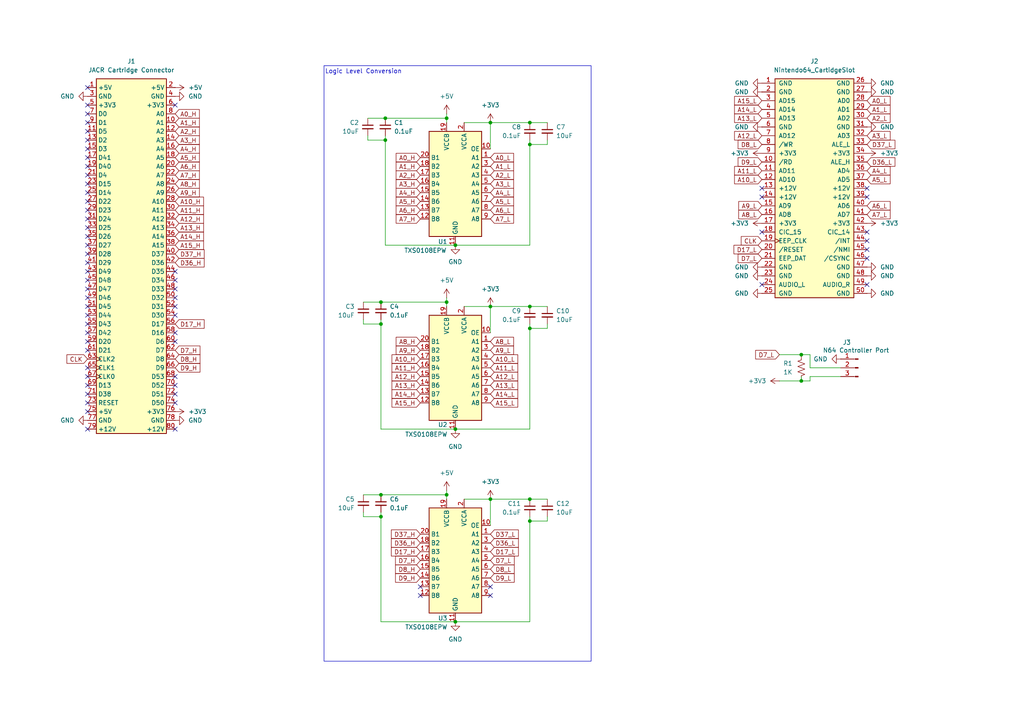
<source format=kicad_sch>
(kicad_sch (version 20250114) (generator "eeschema") (generator_version "9.0")
  (paper "A4")
  (title_block (title "N64 Adapter - Just Another Cartridge Reader") (date "2025-10-22") (company "Diplomatic Entertainment, LLC.") (comment 1 "CC BY 4.0"))
  (lib_symbols
    (symbol "Connector:Conn_01x03_Pin" (pin_names (offset 1.016) (hide yes))
      (property "Reference" "J" (at 0 5.08 0))
      (property "Value" "Conn_01x03_Pin" (at 0 -5.08 0))
      (symbol "Conn_01x03_Pin_1_1"
        (rectangle (start 0.8636 2.667) (end 0 2.413) (stroke (width 0.1524)) (fill (type outline)))
        (rectangle (start 0.8636 0.127) (end 0 -0.127) (stroke (width 0.1524)) (fill (type outline)))
        (rectangle (start 0.8636 -2.413) (end 0 -2.667) (stroke (width 0.1524)) (fill (type outline)))
        (polyline (pts (xy 1.27 2.54) (xy 0.8636 2.54)) (stroke (width 0.1524)))
        (polyline (pts (xy 1.27 0) (xy 0.8636 0)) (stroke (width 0.1524)))
        (polyline (pts (xy 1.27 -2.54) (xy 0.8636 -2.54)) (stroke (width 0.1524)))
        (pin passive line (at 5.08 2.54 180) (length 3.81) (name "Pin_1") (number "1"))
        (pin passive line (at 5.08 0 180) (length 3.81) (name "Pin_2") (number "2"))
        (pin passive line (at 5.08 -2.54 180) (length 3.81) (name "Pin_3") (number "3"))
      )
    )
    (symbol "Device:C_Small" (pin_numbers (hide yes)) (pin_names (offset 0.254) (hide yes))
      (property "Reference" "C" (at 0.254 1.778 0))
      (property "Value" "C_Small" (at 0.254 -2.032 0))
      (symbol "C_Small_0_1"
        (polyline (pts (xy -1.524 0.508) (xy 1.524 0.508)) (stroke (width 0.3048)))
        (polyline (pts (xy -1.524 -0.508) (xy 1.524 -0.508)) (stroke (width 0.3302)))
      )
      (symbol "C_Small_1_1"
        (pin passive line (at 0 2.54 270) (length 2.032) (name "~") (number "1"))
        (pin passive line (at 0 -2.54 90) (length 2.032) (name "~") (number "2"))
      )
    )
    (symbol "Device:R_US" (pin_numbers (hide yes)) (pin_names (offset 0))
      (property "Reference" "R" (at 2.54 0 90))
      (property "Value" "R_US" (at -2.54 0 90))
      (symbol "R_US_0_1"
        (polyline (pts (xy 0 2.286) (xy 0 2.54)))
        (polyline (pts (xy 0 2.286) (xy 1.016 1.905) (xy 0 1.524) (xy -1.016 1.143) (xy 0 0.762)))
        (polyline (pts (xy 0 0.762) (xy 1.016 0.381) (xy 0 0) (xy -1.016 -0.381) (xy 0 -0.762)))
        (polyline (pts (xy 0 -0.762) (xy 1.016 -1.143) (xy 0 -1.524) (xy -1.016 -1.905) (xy 0 -2.286)))
        (polyline (pts (xy 0 -2.286) (xy 0 -2.54)))
      )
      (symbol "R_US_1_1"
        (pin passive line (at 0 3.81 270) (length 1.27) (name "~") (number "1"))
        (pin passive line (at 0 -3.81 90) (length 1.27) (name "~") (number "2"))
      )
    )
    (symbol "DiplomaticEntertainment:JACR_CARD_EDGE"
      (property "Reference" "J1" (at 0 54.61 0))
      (property "Value" "JACR CARTRIDGE ADAPTER" (at 0 52.07 0))
      (symbol "JACR_CARD_EDGE_0_1"
        (rectangle (start -10.16 49.53) (end 10.16 -53.34) (stroke (width 0.254)) (fill (type background)))
      )
      (symbol "JACR_CARD_EDGE_1_1"
        (pin power_out line (at -12.7 46.99 0) (length 2.54) (name "+5V") (number "1"))
        (pin power_in line (at -12.7 44.45 0) (length 2.54) (name "GND") (number "3"))
        (pin power_out line (at -12.7 41.91 0) (length 2.54) (name "+3V3") (number "5"))
        (pin bidirectional line (at -12.7 39.37 0) (length 2.54) (name "D0") (number "7"))
        (pin bidirectional line (at -12.7 36.83 0) (length 2.54) (name "D1") (number "9"))
        (pin bidirectional line (at -12.7 34.29 0) (length 2.54) (name "D5") (number "11"))
        (pin bidirectional line (at -12.7 31.75 0) (length 2.54) (name "D2") (number "13"))
        (pin bidirectional line (at -12.7 29.21 0) (length 2.54) (name "D3") (number "15"))
        (pin bidirectional line (at -12.7 26.67 0) (length 2.54) (name "D41") (number "17"))
        (pin bidirectional line (at -12.7 24.13 0) (length 2.54) (name "D40") (number "19"))
        (pin bidirectional line (at -12.7 21.59 0) (length 2.54) (name "D4") (number "21"))
        (pin bidirectional line (at -12.7 19.05 0) (length 2.54) (name "D15") (number "23"))
        (pin bidirectional line (at -12.7 16.51 0) (length 2.54) (name "D14") (number "25"))
        (pin bidirectional line (at -12.7 13.97 0) (length 2.54) (name "D22") (number "27"))
        (pin bidirectional line (at -12.7 11.43 0) (length 2.54) (name "D23") (number "29"))
        (pin bidirectional line (at -12.7 8.89 0) (length 2.54) (name "D24") (number "31"))
        (pin bidirectional line (at -12.7 6.35 0) (length 2.54) (name "D25") (number "33"))
        (pin bidirectional line (at -12.7 3.81 0) (length 2.54) (name "D26") (number "35"))
        (pin bidirectional line (at -12.7 1.27 0) (length 2.54) (name "D27") (number "37"))
        (pin bidirectional line (at -12.7 -1.27 0) (length 2.54) (name "D28") (number "39"))
        (pin bidirectional line (at -12.7 -3.81 0) (length 2.54) (name "D29") (number "41"))
        (pin bidirectional line (at -12.7 -6.35 0) (length 2.54) (name "D49") (number "43"))
        (pin bidirectional line (at -12.7 -8.89 0) (length 2.54) (name "D48") (number "45"))
        (pin bidirectional line (at -12.7 -11.43 0) (length 2.54) (name "D47") (number "47"))
        (pin bidirectional line (at -12.7 -13.97 0) (length 2.54) (name "D46") (number "49"))
        (pin bidirectional line (at -12.7 -16.51 0) (length 2.54) (name "D45") (number "51"))
        (pin bidirectional line (at -12.7 -19.05 0) (length 2.54) (name "D44") (number "53"))
        (pin bidirectional line (at -12.7 -21.59 0) (length 2.54) (name "D43") (number "55"))
        (pin bidirectional line (at -12.7 -24.13 0) (length 2.54) (name "D42") (number "57"))
        (pin bidirectional line (at -12.7 -26.67 0) (length 2.54) (name "D20") (number "59"))
        (pin bidirectional line (at -12.7 -29.21 0) (length 2.54) (name "D21") (number "61"))
        (pin output clock (at -12.7 -31.75 0) (length 2.54) (name "CLK2") (number "63"))
        (pin output clock (at -12.7 -34.29 0) (length 2.54) (name "CLK1") (number "65"))
        (pin output clock (at -12.7 -36.83 0) (length 2.54) (name "CLK0") (number "67"))
        (pin bidirectional line (at -12.7 -39.37 0) (length 2.54) (name "D13") (number "69"))
        (pin bidirectional line (at -12.7 -41.91 0) (length 2.54) (name "D38") (number "71"))
        (pin bidirectional line (at -12.7 -44.45 0) (length 2.54) (name "RESET") (number "73"))
        (pin power_out line (at -12.7 -46.99 0) (length 2.54) (name "+5V") (number "75"))
        (pin power_in line (at -12.7 -49.53 0) (length 2.54) (name "GND") (number "77"))
        (pin power_out line (at -12.7 -52.07 0) (length 2.54) (name "+12V") (number "79"))
        (pin power_out line (at 12.7 46.99 180) (length 2.54) (name "+5V") (number "2"))
        (pin power_in line (at 12.7 44.45 180) (length 2.54) (name "GND") (number "4"))
        (pin power_out line (at 12.7 41.91 180) (length 2.54) (name "+3V3") (number "6"))
        (pin bidirectional line (at 12.7 39.37 180) (length 2.54) (name "A0") (number "8"))
        (pin bidirectional line (at 12.7 36.83 180) (length 2.54) (name "A1") (number "10"))
        (pin bidirectional line (at 12.7 34.29 180) (length 2.54) (name "A2") (number "12"))
        (pin bidirectional line (at 12.7 31.75 180) (length 2.54) (name "A3") (number "14"))
        (pin bidirectional line (at 12.7 29.21 180) (length 2.54) (name "A4") (number "16"))
        (pin bidirectional line (at 12.7 26.67 180) (length 2.54) (name "A5") (number "18"))
        (pin bidirectional line (at 12.7 24.13 180) (length 2.54) (name "A6") (number "20"))
        (pin bidirectional line (at 12.7 21.59 180) (length 2.54) (name "A7") (number "22"))
        (pin bidirectional line (at 12.7 19.05 180) (length 2.54) (name "A8") (number "24"))
        (pin bidirectional line (at 12.7 16.51 180) (length 2.54) (name "A9") (number "26"))
        (pin bidirectional line (at 12.7 13.97 180) (length 2.54) (name "A10") (number "28"))
        (pin bidirectional line (at 12.7 11.43 180) (length 2.54) (name "A11") (number "30"))
        (pin bidirectional line (at 12.7 8.89 180) (length 2.54) (name "A12") (number "32"))
        (pin bidirectional line (at 12.7 6.35 180) (length 2.54) (name "A13") (number "34"))
        (pin bidirectional line (at 12.7 3.81 180) (length 2.54) (name "A14") (number "36"))
        (pin bidirectional line (at 12.7 1.27 180) (length 2.54) (name "A15") (number "38"))
        (pin bidirectional line (at 12.7 -1.27 180) (length 2.54) (name "D37") (number "40"))
        (pin bidirectional line (at 12.7 -3.81 180) (length 2.54) (name "D36") (number "42"))
        (pin bidirectional line (at 12.7 -6.35 180) (length 2.54) (name "D35") (number "44"))
        (pin bidirectional line (at 12.7 -8.89 180) (length 2.54) (name "D34") (number "46"))
        (pin bidirectional line (at 12.7 -11.43 180) (length 2.54) (name "D33") (number "48"))
        (pin bidirectional line (at 12.7 -13.97 180) (length 2.54) (name "D32") (number "50"))
        (pin bidirectional line (at 12.7 -16.51 180) (length 2.54) (name "D31") (number "52"))
        (pin bidirectional line (at 12.7 -19.05 180) (length 2.54) (name "D30") (number "54"))
        (pin bidirectional line (at 12.7 -21.59 180) (length 2.54) (name "D17") (number "56"))
        (pin bidirectional line (at 12.7 -24.13 180) (length 2.54) (name "D16") (number "58"))
        (pin bidirectional line (at 12.7 -26.67 180) (length 2.54) (name "D6") (number "60"))
        (pin bidirectional line (at 12.7 -29.21 180) (length 2.54) (name "D7") (number "62"))
        (pin bidirectional line (at 12.7 -31.75 180) (length 2.54) (name "D8") (number "64"))
        (pin bidirectional line (at 12.7 -34.29 180) (length 2.54) (name "D9") (number "66"))
        (pin bidirectional line (at 12.7 -36.83 180) (length 2.54) (name "D53") (number "68"))
        (pin bidirectional line (at 12.7 -39.37 180) (length 2.54) (name "D52") (number "70"))
        (pin bidirectional line (at 12.7 -41.91 180) (length 2.54) (name "D51") (number "72"))
        (pin bidirectional line (at 12.7 -44.45 180) (length 2.54) (name "D50") (number "74"))
        (pin power_out line (at 12.7 -46.99 180) (length 2.54) (name "+3V3") (number "76"))
        (pin power_in line (at 12.7 -49.53 180) (length 2.54) (name "GND") (number "78"))
        (pin power_out line (at 12.7 -52.07 180) (length 2.54) (name "+12V") (number "80"))
      )
    )
    (symbol "Logic_LevelTranslator:TXS0108EPW"
      (property "Reference" "U" (at -6.35 16.51 0))
      (property "Value" "TXS0108EPW" (at 3.81 16.51 0))
      (symbol "TXS0108EPW_0_1"
        (rectangle (start -7.62 15.24) (end 7.62 -15.24) (stroke (width 0.254)) (fill (type background)))
      )
      (symbol "TXS0108EPW_1_1"
        (pin input line (at -10.16 10.16 0) (length 2.54) (name "OE") (number "10"))
        (pin bidirectional line (at -10.16 7.62 0) (length 2.54) (name "A1") (number "1"))
        (pin bidirectional line (at -10.16 5.08 0) (length 2.54) (name "A2") (number "3"))
        (pin bidirectional line (at -10.16 2.54 0) (length 2.54) (name "A3") (number "4"))
        (pin bidirectional line (at -10.16 0 0) (length 2.54) (name "A4") (number "5"))
        (pin bidirectional line (at -10.16 -2.54 0) (length 2.54) (name "A5") (number "6"))
        (pin bidirectional line (at -10.16 -5.08 0) (length 2.54) (name "A6") (number "7"))
        (pin bidirectional line (at -10.16 -7.62 0) (length 2.54) (name "A7") (number "8"))
        (pin bidirectional line (at -10.16 -10.16 0) (length 2.54) (name "A8") (number "9"))
        (pin power_in line (at -2.54 17.78 270) (length 2.54) (name "VCCA") (number "2"))
        (pin power_in line (at 0 -17.78 90) (length 2.54) (name "GND") (number "11"))
        (pin power_in line (at 2.54 17.78 270) (length 2.54) (name "VCCB") (number "19"))
        (pin bidirectional line (at 10.16 7.62 180) (length 2.54) (name "B1") (number "20"))
        (pin bidirectional line (at 10.16 5.08 180) (length 2.54) (name "B2") (number "18"))
        (pin bidirectional line (at 10.16 2.54 180) (length 2.54) (name "B3") (number "17"))
        (pin bidirectional line (at 10.16 0 180) (length 2.54) (name "B4") (number "16"))
        (pin bidirectional line (at 10.16 -2.54 180) (length 2.54) (name "B5") (number "15"))
        (pin bidirectional line (at 10.16 -5.08 180) (length 2.54) (name "B6") (number "14"))
        (pin bidirectional line (at 10.16 -7.62 180) (length 2.54) (name "B7") (number "13"))
        (pin bidirectional line (at 10.16 -10.16 180) (length 2.54) (name "B8") (number "12"))
      )
    )
    (symbol "Nintendo:Nintendo64_CartidgeSlot" (pin_names (offset 1.016))
      (property "Reference" "J" (at -0.762 38.354 0))
      (property "Value" "Nintendo64_CartidgeSlot" (at 0.508 41.656 0))
      (symbol "Nintendo64_CartidgeSlot_1_1"
        (rectangle (start -11.43 36.83) (end 11.43 -26.67) (stroke (width 0.254)) (fill (type background)))
        (pin power_in line (at -15.24 35.56 0) (length 3.81) (name "GND") (number "1"))
        (pin power_in line (at -15.24 33.02 0) (length 3.81) (name "GND") (number "2"))
        (pin bidirectional line (at -15.24 30.48 0) (length 3.81) (name "AD15") (number "3"))
        (pin bidirectional line (at -15.24 27.94 0) (length 3.81) (name "AD14") (number "4"))
        (pin bidirectional line (at -15.24 25.4 0) (length 3.81) (name "AD13") (number "5"))
        (pin power_in line (at -15.24 22.86 0) (length 3.81) (name "GND") (number "6"))
        (pin bidirectional line (at -15.24 20.32 0) (length 3.81) (name "AD12") (number "7"))
        (pin input line (at -15.24 17.78 0) (length 3.81) (name "/WR") (number "8"))
        (pin power_in line (at -15.24 15.24 0) (length 3.81) (name "+3V3") (number "9"))
        (pin output line (at -15.24 12.7 0) (length 3.81) (name "/RD") (number "10"))
        (pin bidirectional line (at -15.24 10.16 0) (length 3.81) (name "AD11") (number "11"))
        (pin bidirectional line (at -15.24 7.62 0) (length 3.81) (name "AD10") (number "12"))
        (pin power_in line (at -15.24 5.08 0) (length 3.81) (name "+12V") (number "13"))
        (pin power_in line (at -15.24 2.54 0) (length 3.81) (name "+12V") (number "14"))
        (pin bidirectional line (at -15.24 0 0) (length 3.81) (name "AD9") (number "15"))
        (pin passive line (at -15.24 -2.54 0) (length 3.81) (name "AD8") (number "16"))
        (pin power_in line (at -15.24 -5.08 0) (length 3.81) (name "+3V3") (number "17"))
        (pin input line (at -15.24 -7.62 0) (length 3.81) (name "CIC_15") (number "18"))
        (pin input clock (at -15.24 -10.16 0) (length 3.81) (name "EEP_CLK") (number "19"))
        (pin input line (at -15.24 -12.7 0) (length 3.81) (name "/RESET") (number "20"))
        (pin output line (at -15.24 -15.24 0) (length 3.81) (name "EEP_DAT") (number "21"))
        (pin power_in line (at -15.24 -17.78 0) (length 3.81) (name "GND") (number "22"))
        (pin power_in line (at -15.24 -20.32 0) (length 3.81) (name "GND") (number "23"))
        (pin output line (at -15.24 -22.86 0) (length 3.81) (name "AUDIO_L") (number "24"))
        (pin power_in line (at -15.24 -25.4 0) (length 3.81) (name "GND") (number "25"))
        (pin power_in line (at 15.24 35.56 180) (length 3.81) (name "GND") (number "26"))
        (pin power_in line (at 15.24 33.02 180) (length 3.81) (name "GND") (number "27"))
        (pin bidirectional line (at 15.24 30.48 180) (length 3.81) (name "AD0") (number "28"))
        (pin bidirectional line (at 15.24 27.94 180) (length 3.81) (name "AD1") (number "29"))
        (pin bidirectional line (at 15.24 25.4 180) (length 3.81) (name "AD2") (number "30"))
        (pin input line (at 15.24 22.86 180) (length 3.81) (name "GND") (number "31"))
        (pin bidirectional line (at 15.24 20.32 180) (length 3.81) (name "AD3") (number "32"))
        (pin input line (at 15.24 17.78 180) (length 3.81) (name "ALE_L") (number "33"))
        (pin power_in line (at 15.24 15.24 180) (length 3.81) (name "+3V3") (number "34"))
        (pin input line (at 15.24 12.7 180) (length 3.81) (name "ALE_H") (number "35"))
        (pin bidirectional line (at 15.24 10.16 180) (length 3.81) (name "AD4") (number "36"))
        (pin bidirectional line (at 15.24 7.62 180) (length 3.81) (name "AD5") (number "37"))
        (pin input line (at 15.24 5.08 180) (length 3.81) (name "+12V") (number "38"))
        (pin input line (at 15.24 2.54 180) (length 3.81) (name "+12V") (number "39"))
        (pin bidirectional line (at 15.24 0 180) (length 3.81) (name "AD6") (number "40"))
        (pin bidirectional line (at 15.24 -2.54 180) (length 3.81) (name "AD7") (number "41"))
        (pin power_in line (at 15.24 -5.08 180) (length 3.81) (name "+3V3") (number "42"))
        (pin output line (at 15.24 -7.62 180) (length 3.81) (name "CIC_14") (number "43"))
        (pin input line (at 15.24 -10.16 180) (length 3.81) (name "/INT") (number "44"))
        (pin input line (at 15.24 -12.7 180) (length 3.81) (name "/NMI") (number "45"))
        (pin output line (at 15.24 -15.24 180) (length 3.81) (name "/CSYNC") (number "46"))
        (pin power_in line (at 15.24 -17.78 180) (length 3.81) (name "GND") (number "47"))
        (pin power_in line (at 15.24 -20.32 180) (length 3.81) (name "GND") (number "48"))
        (pin output line (at 15.24 -22.86 180) (length 3.81) (name "AUDIO_R") (number "49"))
        (pin power_in line (at 15.24 -25.4 180) (length 3.81) (name "GND") (number "50"))
      )
    )
    (symbol "power:+3V3" (power) (pin_numbers (hide yes)) (pin_names (offset 0) (hide yes))
      (property "Value" "+3V3" (at 0 3.556 0))
      (symbol "+3V3_0_1"
        (polyline (pts (xy -0.762 1.27) (xy 0 2.54)))
        (polyline (pts (xy 0 2.54) (xy 0.762 1.27)))
        (polyline (pts (xy 0 0) (xy 0 2.54)))
      )
      (symbol "+3V3_1_1"
        (pin power_in line (at 0 0 90) (length 0) (name "~") (number "1"))
      )
    )
    (symbol "power:+5V" (power) (pin_numbers (hide yes)) (pin_names (offset 0) (hide yes))
      (property "Value" "+5V" (at 0 3.556 0))
      (symbol "+5V_0_1"
        (polyline (pts (xy -0.762 1.27) (xy 0 2.54)))
        (polyline (pts (xy 0 2.54) (xy 0.762 1.27)))
        (polyline (pts (xy 0 0) (xy 0 2.54)))
      )
      (symbol "+5V_1_1"
        (pin power_in line (at 0 0 90) (length 0) (name "~") (number "1"))
      )
    )
    (symbol "power:GND" (power) (pin_numbers (hide yes)) (pin_names (offset 0) (hide yes))
      (property "Value" "GND" (at 0 -3.81 0))
      (symbol "GND_0_1"
        (polyline (pts (xy 0 0) (xy 0 -1.27) (xy 1.27 -1.27) (xy 0 -2.54) (xy -1.27 -1.27) (xy 0 -1.27)))
      )
      (symbol "GND_1_1"
        (pin power_in line (at 0 0 270) (length 0) (name "~") (number "1"))
      )
    )
  )
  (rectangle (start 93.98 19.05) (end 171.45 191.77))
  (text "Logic Level Conversion" (at 105.41 20.828 0) (effects (font (size 1.27 1.27))))
  (junction (at 132.08 71.12))
  (junction (at 142.24 144.78))
  (junction (at 110.49 149.86))
  (junction (at 232.41 102.87))
  (junction (at 142.24 35.56))
  (junction (at 110.49 93.98))
  (junction (at 132.08 124.46))
  (junction (at 153.67 144.78))
  (junction (at 129.54 87.63))
  (junction (at 153.67 41.91))
  (junction (at 129.54 34.29))
  (junction (at 132.08 180.34))
  (junction (at 153.67 88.9))
  (junction (at 129.54 143.51))
  (junction (at 111.76 34.29))
  (junction (at 153.67 151.13))
  (junction (at 110.49 143.51))
  (junction (at 232.41 110.49))
  (junction (at 153.67 35.56))
  (junction (at 142.24 88.9))
  (junction (at 110.49 87.63))
  (junction (at 153.67 95.25))
  (junction (at 111.76 40.64))
  (no_connect (at 25.4 114.3))
  (no_connect (at 25.4 35.56))
  (no_connect (at 50.8 83.82))
  (no_connect (at 50.8 99.06))
  (no_connect (at 220.98 67.31))
  (no_connect (at 25.4 68.58))
  (no_connect (at 50.8 86.36))
  (no_connect (at 25.4 38.1))
  (no_connect (at 25.4 63.5))
  (no_connect (at 25.4 73.66))
  (no_connect (at 251.46 67.31))
  (no_connect (at 25.4 83.82))
  (no_connect (at 25.4 93.98))
  (no_connect (at 25.4 76.2))
  (no_connect (at 25.4 40.64))
  (no_connect (at 25.4 86.36))
  (no_connect (at 25.4 45.72))
  (no_connect (at 25.4 119.38))
  (no_connect (at 25.4 81.28))
  (no_connect (at 50.8 30.48))
  (no_connect (at 251.46 57.15))
  (no_connect (at 25.4 124.46))
  (no_connect (at 25.4 71.12))
  (no_connect (at 121.92 172.72))
  (no_connect (at 25.4 60.96))
  (no_connect (at 25.4 91.44))
  (no_connect (at 25.4 58.42))
  (no_connect (at 25.4 66.04))
  (no_connect (at 142.24 170.18))
  (no_connect (at 50.8 96.52))
  (no_connect (at 50.8 111.76))
  (no_connect (at 25.4 106.68))
  (no_connect (at 25.4 33.02))
  (no_connect (at 50.8 114.3))
  (no_connect (at 25.4 111.76))
  (no_connect (at 25.4 50.8))
  (no_connect (at 220.98 57.15))
  (no_connect (at 50.8 109.22))
  (no_connect (at 25.4 55.88))
  (no_connect (at 251.46 69.85))
  (no_connect (at 25.4 43.18))
  (no_connect (at 220.98 82.55))
  (no_connect (at 50.8 78.74))
  (no_connect (at 121.92 170.18))
  (no_connect (at 251.46 54.61))
  (no_connect (at 25.4 53.34))
  (no_connect (at 25.4 116.84))
  (no_connect (at 50.8 88.9))
  (no_connect (at 142.24 172.72))
  (no_connect (at 25.4 48.26))
  (no_connect (at 220.98 54.61))
  (no_connect (at 50.8 91.44))
  (no_connect (at 50.8 81.28))
  (no_connect (at 25.4 30.48))
  (no_connect (at 25.4 25.4))
  (no_connect (at 25.4 109.22))
  (no_connect (at 25.4 99.06))
  (no_connect (at 50.8 124.46))
  (no_connect (at 50.8 116.84))
  (no_connect (at 25.4 101.6))
  (no_connect (at 25.4 96.52))
  (no_connect (at 25.4 88.9))
  (no_connect (at 25.4 78.74))
  (no_connect (at 251.46 74.93))
  (no_connect (at 251.46 72.39))
  (no_connect (at 251.46 82.55))
  (wire (pts (xy 111.76 34.29) (xy 129.54 34.29)))
  (wire (pts (xy 153.67 41.91) (xy 158.75 41.91)))
  (wire (pts (xy 142.24 88.9) (xy 153.67 88.9)))
  (wire (pts (xy 110.49 148.59) (xy 110.49 149.86)))
  (wire (pts (xy 153.67 88.9) (xy 158.75 88.9)))
  (wire (pts (xy 226.06 102.87) (xy 232.41 102.87)))
  (wire (pts (xy 142.24 35.56) (xy 153.67 35.56)))
  (wire (pts (xy 153.67 93.98) (xy 153.67 95.25)))
  (wire (pts (xy 234.95 102.87) (xy 232.41 102.87)))
  (wire (pts (xy 153.67 149.86) (xy 153.67 151.13)))
  (wire (pts (xy 232.41 110.49) (xy 232.41 109.22)))
  (wire (pts (xy 134.62 88.9) (xy 142.24 88.9)))
  (wire (pts (xy 142.24 35.56) (xy 142.24 43.18)))
  (wire (pts (xy 232.41 110.49) (xy 234.95 110.49)))
  (wire (pts (xy 105.41 92.71) (xy 105.41 93.98)))
  (wire (pts (xy 110.49 149.86) (xy 110.49 180.34)))
  (wire (pts (xy 105.41 87.63) (xy 110.49 87.63)))
  (wire (pts (xy 243.84 106.68) (xy 234.95 106.68)))
  (wire (pts (xy 110.49 180.34) (xy 132.08 180.34)))
  (wire (pts (xy 105.41 93.98) (xy 110.49 93.98)))
  (wire (pts (xy 129.54 86.36) (xy 129.54 87.63)))
  (wire (pts (xy 226.06 110.49) (xy 232.41 110.49)))
  (wire (pts (xy 234.95 109.22) (xy 243.84 109.22)))
  (wire (pts (xy 129.54 34.29) (xy 129.54 35.56)))
  (wire (pts (xy 129.54 142.24) (xy 129.54 143.51)))
  (wire (pts (xy 111.76 40.64) (xy 111.76 71.12)))
  (wire (pts (xy 158.75 93.98) (xy 158.75 95.25)))
  (wire (pts (xy 129.54 33.02) (xy 129.54 34.29)))
  (wire (pts (xy 158.75 40.64) (xy 158.75 41.91)))
  (wire (pts (xy 142.24 144.78) (xy 153.67 144.78)))
  (wire (pts (xy 153.67 41.91) (xy 153.67 71.12)))
  (wire (pts (xy 153.67 124.46) (xy 132.08 124.46)))
  (wire (pts (xy 106.68 39.37) (xy 106.68 40.64)))
  (wire (pts (xy 106.68 34.29) (xy 111.76 34.29)))
  (wire (pts (xy 234.95 106.68) (xy 234.95 102.87)))
  (wire (pts (xy 134.62 144.78) (xy 142.24 144.78)))
  (wire (pts (xy 110.49 87.63) (xy 129.54 87.63)))
  (wire (pts (xy 142.24 88.9) (xy 142.24 96.52)))
  (wire (pts (xy 153.67 95.25) (xy 153.67 124.46)))
  (wire (pts (xy 129.54 143.51) (xy 129.54 144.78)))
  (wire (pts (xy 153.67 144.78) (xy 158.75 144.78)))
  (wire (pts (xy 158.75 149.86) (xy 158.75 151.13)))
  (wire (pts (xy 105.41 143.51) (xy 110.49 143.51)))
  (wire (pts (xy 158.75 151.13) (xy 153.67 151.13)))
  (wire (pts (xy 153.67 180.34) (xy 132.08 180.34)))
  (wire (pts (xy 105.41 148.59) (xy 105.41 149.86)))
  (wire (pts (xy 110.49 92.71) (xy 110.49 93.98)))
  (wire (pts (xy 110.49 93.98) (xy 110.49 124.46)))
  (wire (pts (xy 234.95 110.49) (xy 234.95 109.22)))
  (wire (pts (xy 134.62 35.56) (xy 142.24 35.56)))
  (wire (pts (xy 110.49 124.46) (xy 132.08 124.46)))
  (wire (pts (xy 153.67 95.25) (xy 158.75 95.25)))
  (wire (pts (xy 153.67 40.64) (xy 153.67 41.91)))
  (wire (pts (xy 105.41 149.86) (xy 110.49 149.86)))
  (wire (pts (xy 153.67 151.13) (xy 153.67 180.34)))
  (wire (pts (xy 106.68 40.64) (xy 111.76 40.64)))
  (wire (pts (xy 111.76 71.12) (xy 132.08 71.12)))
  (wire (pts (xy 111.76 39.37) (xy 111.76 40.64)))
  (wire (pts (xy 129.54 87.63) (xy 129.54 88.9)))
  (wire (pts (xy 110.49 143.51) (xy 129.54 143.51)))
  (wire (pts (xy 153.67 71.12) (xy 132.08 71.12)))
  (wire (pts (xy 153.67 35.56) (xy 158.75 35.56)))
  (wire (pts (xy 142.24 144.78) (xy 142.24 152.4)))
  (global_label "A12_H" (shape input) (at 50.8 63.5 0) (property "Intersheetrefs" "${INTERSHEET_REFS}" (effects (hide yes))))
  (global_label "A6_H" (shape input) (at 121.92 60.96 180) (property "Intersheetrefs" "${INTERSHEET_REFS}" (effects (hide yes))))
  (global_label "A14_H" (shape input) (at 50.8 68.58 0) (property "Intersheetrefs" "${INTERSHEET_REFS}" (effects (hide yes))))
  (global_label "A3_L" (shape input) (at 251.46 39.37 0) (property "Intersheetrefs" "${INTERSHEET_REFS}" (effects (hide yes))))
  (global_label "A14_L" (shape input) (at 220.98 31.75 180) (property "Intersheetrefs" "${INTERSHEET_REFS}" (effects (hide yes))))
  (global_label "D36_H" (shape input) (at 121.92 157.48 180) (property "Intersheetrefs" "${INTERSHEET_REFS}" (effects (hide yes))))
  (global_label "D8_H" (shape input) (at 121.92 165.1 180) (property "Intersheetrefs" "${INTERSHEET_REFS}" (effects (hide yes))))
  (global_label "A2_H" (shape input) (at 50.8 38.1 0) (property "Intersheetrefs" "${INTERSHEET_REFS}" (effects (hide yes))))
  (global_label "A11_L" (shape input) (at 220.98 49.53 180) (property "Intersheetrefs" "${INTERSHEET_REFS}" (effects (hide yes))))
  (global_label "D9_L" (shape input) (at 220.98 46.99 180) (property "Intersheetrefs" "${INTERSHEET_REFS}" (effects (hide yes))))
  (global_label "A1_L" (shape input) (at 251.46 31.75 0) (property "Intersheetrefs" "${INTERSHEET_REFS}" (effects (hide yes))))
  (global_label "A9_H" (shape input) (at 121.92 101.6 180) (property "Intersheetrefs" "${INTERSHEET_REFS}" (effects (hide yes))))
  (global_label "A9_L" (shape input) (at 220.98 59.69 180) (property "Intersheetrefs" "${INTERSHEET_REFS}" (effects (hide yes))))
  (global_label "D37_L" (shape input) (at 142.24 154.94 0) (property "Intersheetrefs" "${INTERSHEET_REFS}" (effects (hide yes))))
  (global_label "D36_L" (shape input) (at 251.46 46.99 0) (property "Intersheetrefs" "${INTERSHEET_REFS}" (effects (hide yes))))
  (global_label "A9_H" (shape input) (at 50.8 55.88 0) (property "Intersheetrefs" "${INTERSHEET_REFS}" (effects (hide yes))))
  (global_label "A6_L" (shape input) (at 142.24 60.96 0) (property "Intersheetrefs" "${INTERSHEET_REFS}" (effects (hide yes))))
  (global_label "D9_H" (shape input) (at 50.8 106.68 0) (property "Intersheetrefs" "${INTERSHEET_REFS}" (effects (hide yes))))
  (global_label "A0_H" (shape input) (at 121.92 45.72 180) (property "Intersheetrefs" "${INTERSHEET_REFS}" (effects (hide yes))))
  (global_label "A1_H" (shape input) (at 121.92 48.26 180) (property "Intersheetrefs" "${INTERSHEET_REFS}" (effects (hide yes))))
  (global_label "A5_L" (shape input) (at 251.46 52.07 0) (property "Intersheetrefs" "${INTERSHEET_REFS}" (effects (hide yes))))
  (global_label "A8_L" (shape input) (at 142.24 99.06 0) (property "Intersheetrefs" "${INTERSHEET_REFS}" (effects (hide yes))))
  (global_label "D37_L" (shape input) (at 251.46 41.91 0) (property "Intersheetrefs" "${INTERSHEET_REFS}" (effects (hide yes))))
  (global_label "A12_L" (shape input) (at 142.24 109.22 0) (property "Intersheetrefs" "${INTERSHEET_REFS}" (effects (hide yes))))
  (global_label "D9_H" (shape input) (at 121.92 167.64 180) (property "Intersheetrefs" "${INTERSHEET_REFS}" (effects (hide yes))))
  (global_label "D8_L" (shape input) (at 220.98 41.91 180) (property "Intersheetrefs" "${INTERSHEET_REFS}" (effects (hide yes))))
  (global_label "D7_H" (shape input) (at 50.8 101.6 0) (property "Intersheetrefs" "${INTERSHEET_REFS}" (effects (hide yes))))
  (global_label "A4_H" (shape input) (at 50.8 43.18 0) (property "Intersheetrefs" "${INTERSHEET_REFS}" (effects (hide yes))))
  (global_label "A14_H" (shape input) (at 121.92 114.3 180) (property "Intersheetrefs" "${INTERSHEET_REFS}" (effects (hide yes))))
  (global_label "A11_L" (shape input) (at 142.24 106.68 0) (property "Intersheetrefs" "${INTERSHEET_REFS}" (effects (hide yes))))
  (global_label "A4_L" (shape input) (at 251.46 49.53 0) (property "Intersheetrefs" "${INTERSHEET_REFS}" (effects (hide yes))))
  (global_label "A8_H" (shape input) (at 121.92 99.06 180) (property "Intersheetrefs" "${INTERSHEET_REFS}" (effects (hide yes))))
  (global_label "A2_L" (shape input) (at 142.24 50.8 0) (property "Intersheetrefs" "${INTERSHEET_REFS}" (effects (hide yes))))
  (global_label "A14_L" (shape input) (at 142.24 114.3 0) (property "Intersheetrefs" "${INTERSHEET_REFS}" (effects (hide yes))))
  (global_label "A10_L" (shape input) (at 142.24 104.14 0) (property "Intersheetrefs" "${INTERSHEET_REFS}" (effects (hide yes))))
  (global_label "A15_L" (shape input) (at 220.98 29.21 180) (property "Intersheetrefs" "${INTERSHEET_REFS}" (effects (hide yes))))
  (global_label "D8_L" (shape input) (at 142.24 165.1 0) (property "Intersheetrefs" "${INTERSHEET_REFS}" (effects (hide yes))))
  (global_label "D37_H" (shape input) (at 50.8 73.66 0) (property "Intersheetrefs" "${INTERSHEET_REFS}" (effects (hide yes))))
  (global_label "D9_L" (shape input) (at 142.24 167.64 0) (property "Intersheetrefs" "${INTERSHEET_REFS}" (effects (hide yes))))
  (global_label "A15_H" (shape input) (at 50.8 71.12 0) (property "Intersheetrefs" "${INTERSHEET_REFS}" (effects (hide yes))))
  (global_label "A9_L" (shape input) (at 142.24 101.6 0) (property "Intersheetrefs" "${INTERSHEET_REFS}" (effects (hide yes))))
  (global_label "D17_L" (shape input) (at 142.24 160.02 0) (property "Intersheetrefs" "${INTERSHEET_REFS}" (effects (hide yes))))
  (global_label "CLK" (shape input) (at 220.98 69.85 180) (property "Intersheetrefs" "${INTERSHEET_REFS}" (effects (hide yes))))
  (global_label "A5_H" (shape input) (at 50.8 45.72 0) (property "Intersheetrefs" "${INTERSHEET_REFS}" (effects (hide yes))))
  (global_label "CLK" (shape input) (at 25.4 104.14 180) (property "Intersheetrefs" "${INTERSHEET_REFS}" (effects (hide yes))))
  (global_label "A10_L" (shape input) (at 220.98 52.07 180) (property "Intersheetrefs" "${INTERSHEET_REFS}" (effects (hide yes))))
  (global_label "D17_L" (shape input) (at 220.98 72.39 180) (property "Intersheetrefs" "${INTERSHEET_REFS}" (effects (hide yes))))
  (global_label "D8_H" (shape input) (at 50.8 104.14 0) (property "Intersheetrefs" "${INTERSHEET_REFS}" (effects (hide yes))))
  (global_label "A13_H" (shape input) (at 121.92 111.76 180) (property "Intersheetrefs" "${INTERSHEET_REFS}" (effects (hide yes))))
  (global_label "D7_H" (shape input) (at 121.92 162.56 180) (property "Intersheetrefs" "${INTERSHEET_REFS}" (effects (hide yes))))
  (global_label "A6_L" (shape input) (at 251.46 59.69 0) (property "Intersheetrefs" "${INTERSHEET_REFS}" (effects (hide yes))))
  (global_label "A10_H" (shape input) (at 121.92 104.14 180) (property "Intersheetrefs" "${INTERSHEET_REFS}" (effects (hide yes))))
  (global_label "D36_L" (shape input) (at 142.24 157.48 0) (property "Intersheetrefs" "${INTERSHEET_REFS}" (effects (hide yes))))
  (global_label "A10_H" (shape input) (at 50.8 58.42 0) (property "Intersheetrefs" "${INTERSHEET_REFS}" (effects (hide yes))))
  (global_label "D36_H" (shape input) (at 50.8 76.2 0) (property "Intersheetrefs" "${INTERSHEET_REFS}" (effects (hide yes))))
  (global_label "A0_L" (shape input) (at 251.46 29.21 0) (property "Intersheetrefs" "${INTERSHEET_REFS}" (effects (hide yes))))
  (global_label "A11_H" (shape input) (at 121.92 106.68 180) (property "Intersheetrefs" "${INTERSHEET_REFS}" (effects (hide yes))))
  (global_label "A7_H" (shape input) (at 50.8 50.8 0) (property "Intersheetrefs" "${INTERSHEET_REFS}" (effects (hide yes))))
  (global_label "A7_H" (shape input) (at 121.92 63.5 180) (property "Intersheetrefs" "${INTERSHEET_REFS}" (effects (hide yes))))
  (global_label "A1_L" (shape input) (at 142.24 48.26 0) (property "Intersheetrefs" "${INTERSHEET_REFS}" (effects (hide yes))))
  (global_label "D17_H" (shape input) (at 121.92 160.02 180) (property "Intersheetrefs" "${INTERSHEET_REFS}" (effects (hide yes))))
  (global_label "A3_H" (shape input) (at 121.92 53.34 180) (property "Intersheetrefs" "${INTERSHEET_REFS}" (effects (hide yes))))
  (global_label "A15_L" (shape input) (at 142.24 116.84 0) (property "Intersheetrefs" "${INTERSHEET_REFS}" (effects (hide yes))))
  (global_label "A12_H" (shape input) (at 121.92 109.22 180) (property "Intersheetrefs" "${INTERSHEET_REFS}" (effects (hide yes))))
  (global_label "A6_H" (shape input) (at 50.8 48.26 0) (property "Intersheetrefs" "${INTERSHEET_REFS}" (effects (hide yes))))
  (global_label "A2_L" (shape input) (at 251.46 34.29 0) (property "Intersheetrefs" "${INTERSHEET_REFS}" (effects (hide yes))))
  (global_label "A13_H" (shape input) (at 50.8 66.04 0) (property "Intersheetrefs" "${INTERSHEET_REFS}" (effects (hide yes))))
  (global_label "A1_H" (shape input) (at 50.8 35.56 0) (property "Intersheetrefs" "${INTERSHEET_REFS}" (effects (hide yes))))
  (global_label "D7_L" (shape input) (at 220.98 74.93 180) (property "Intersheetrefs" "${INTERSHEET_REFS}" (effects (hide yes))))
  (global_label "A7_L" (shape input) (at 142.24 63.5 0) (property "Intersheetrefs" "${INTERSHEET_REFS}" (effects (hide yes))))
  (global_label "A3_L" (shape input) (at 142.24 53.34 0) (property "Intersheetrefs" "${INTERSHEET_REFS}" (effects (hide yes))))
  (global_label "A12_L" (shape input) (at 220.98 39.37 180) (property "Intersheetrefs" "${INTERSHEET_REFS}" (effects (hide yes))))
  (global_label "A11_H" (shape input) (at 50.8 60.96 0) (property "Intersheetrefs" "${INTERSHEET_REFS}" (effects (hide yes))))
  (global_label "A0_L" (shape input) (at 142.24 45.72 0) (property "Intersheetrefs" "${INTERSHEET_REFS}" (effects (hide yes))))
  (global_label "A3_H" (shape input) (at 50.8 40.64 0) (property "Intersheetrefs" "${INTERSHEET_REFS}" (effects (hide yes))))
  (global_label "D7_L" (shape input) (at 226.06 102.87 180) (property "Intersheetrefs" "${INTERSHEET_REFS}" (effects (hide yes))))
  (global_label "A13_L" (shape input) (at 142.24 111.76 0) (property "Intersheetrefs" "${INTERSHEET_REFS}" (effects (hide yes))))
  (global_label "A5_H" (shape input) (at 121.92 58.42 180) (property "Intersheetrefs" "${INTERSHEET_REFS}" (effects (hide yes))))
  (global_label "D7_L" (shape input) (at 142.24 162.56 0) (property "Intersheetrefs" "${INTERSHEET_REFS}" (effects (hide yes))))
  (global_label "D17_H" (shape input) (at 50.8 93.98 0) (property "Intersheetrefs" "${INTERSHEET_REFS}" (effects (hide yes))))
  (global_label "A7_L" (shape input) (at 251.46 62.23 0) (property "Intersheetrefs" "${INTERSHEET_REFS}" (effects (hide yes))))
  (global_label "A2_H" (shape input) (at 121.92 50.8 180) (property "Intersheetrefs" "${INTERSHEET_REFS}" (effects (hide yes))))
  (global_label "A15_H" (shape input) (at 121.92 116.84 180) (property "Intersheetrefs" "${INTERSHEET_REFS}" (effects (hide yes))))
  (global_label "A13_L" (shape input) (at 220.98 34.29 180) (property "Intersheetrefs" "${INTERSHEET_REFS}" (effects (hide yes))))
  (global_label "A8_H" (shape input) (at 50.8 53.34 0) (property "Intersheetrefs" "${INTERSHEET_REFS}" (effects (hide yes))))
  (global_label "A8_L" (shape input) (at 220.98 62.23 180) (property "Intersheetrefs" "${INTERSHEET_REFS}" (effects (hide yes))))
  (global_label "D37_H" (shape input) (at 121.92 154.94 180) (property "Intersheetrefs" "${INTERSHEET_REFS}" (effects (hide yes))))
  (global_label "A0_H" (shape input) (at 50.8 33.02 0) (property "Intersheetrefs" "${INTERSHEET_REFS}" (effects (hide yes))))
  (global_label "A5_L" (shape input) (at 142.24 58.42 0) (property "Intersheetrefs" "${INTERSHEET_REFS}" (effects (hide yes))))
  (global_label "A4_L" (shape input) (at 142.24 55.88 0) (property "Intersheetrefs" "${INTERSHEET_REFS}" (effects (hide yes))))
  (global_label "A4_H" (shape input) (at 121.92 55.88 180) (property "Intersheetrefs" "${INTERSHEET_REFS}" (effects (hide yes))))
  (symbol (lib_id "power:GND") (at 251.46 77.47 90) (mirror x) (unit 1)
    (property "Reference" "#PWR017" (effects (hide yes)))
    (property "Value" "GND" (at 255.27 77.4699 90) (effects (justify right)))
    (property "Description" "Power symbol creates a global label with name \"GND\" , ground" (effects (hide yes)))
  )
  (symbol (lib_id "power:+3V3") (at 142.24 144.78 0) (unit 1)
    (property "Reference" "#PWR026" (effects (hide yes)))
    (property "Value" "+3V3" (at 142.24 139.7 0))
    (property "Description" "Power symbol creates a global label with name \"+3V3\"" (effects (hide yes)))
  )
  (symbol (lib_id "Device:C_Small") (at 158.75 147.32 0) (unit 1)
    (property "Reference" "C12" (at 161.29 146.0562 0) (effects (justify left)))
    (property "Value" "10uF" (at 161.29 148.5962 0) (effects (justify left)))
    (property "Footprint" "Capacitor_SMD:C_0603_1608Metric_Pad1.08x0.95mm_HandSolder" (effects (hide yes)))
    (property "Description" "Unpolarized capacitor, small symbol" (effects (hide yes)))
  )
  (symbol (lib_id "power:GND") (at 220.98 85.09 270) (unit 1)
    (property "Reference" "#PWR020" (effects (hide yes)))
    (property "Value" "GND" (at 217.17 85.0899 90) (effects (justify right)))
    (property "Description" "Power symbol creates a global label with name \"GND\" , ground" (effects (hide yes)))
  )
  (symbol (lib_id "Logic_LevelTranslator:TXS0108EPW") (at 132.08 53.34 0) (mirror y) (unit 1)
    (property "Reference" "U1" (at 129.794 70.104 0) (effects (justify left)))
    (property "Value" "TXS0108EPW" (at 129.54 72.644 0) (effects (justify left)))
    (property "Footprint" "Package_SO:TSSOP-20_4.4x6.5mm_P0.65mm" (effects (hide yes)))
    (property "Datasheet" "www.ti.com/lit/ds/symlink/txs0108e.pdf" (effects (hide yes)))
    (property "Description" "Bidirectional  level-shifting voltage translator, TSSOP-20" (effects (hide yes)))
  )
  (symbol (lib_id "power:GND") (at 251.46 36.83 90) (mirror x) (unit 1)
    (property "Reference" "#PWR016" (effects (hide yes)))
    (property "Value" "GND" (at 255.27 36.8299 90) (effects (justify right)))
    (property "Description" "Power symbol creates a global label with name \"GND\" , ground" (effects (hide yes)))
  )
  (symbol (lib_id "power:+3V3") (at 220.98 44.45 90) (unit 1)
    (property "Reference" "#PWR03" (effects (hide yes)))
    (property "Value" "+3V3" (at 217.17 44.4499 90) (effects (justify left)))
    (property "Description" "Power symbol creates a global label with name \"+3V3\"" (effects (hide yes)))
  )
  (symbol (lib_id "Device:C_Small") (at 158.75 91.44 0) (unit 1)
    (property "Reference" "C10" (at 161.29 90.1762 0) (effects (justify left)))
    (property "Value" "10uF" (at 161.29 92.7162 0) (effects (justify left)))
    (property "Footprint" "Capacitor_SMD:C_0603_1608Metric_Pad1.08x0.95mm_HandSolder" (effects (hide yes)))
    (property "Description" "Unpolarized capacitor, small symbol" (effects (hide yes)))
  )
  (symbol (lib_id "Device:C_Small") (at 110.49 90.17 0) (unit 1)
    (property "Reference" "C4" (at 113.03 88.9062 0) (effects (justify left)))
    (property "Value" "0.1uF" (at 113.03 91.4462 0) (effects (justify left)))
    (property "Footprint" "Capacitor_SMD:C_0603_1608Metric_Pad1.08x0.95mm_HandSolder" (effects (hide yes)))
    (property "Description" "Unpolarized capacitor, small symbol" (effects (hide yes)))
  )
  (symbol (lib_id "power:GND") (at 220.98 77.47 270) (unit 1)
    (property "Reference" "#PWR012" (effects (hide yes)))
    (property "Value" "GND" (at 217.17 77.4699 90) (effects (justify right)))
    (property "Description" "Power symbol creates a global label with name \"GND\" , ground" (effects (hide yes)))
  )
  (symbol (lib_id "power:+3V3") (at 251.46 44.45 270) (unit 1)
    (property "Reference" "#PWR05" (effects (hide yes)))
    (property "Value" "+3V3" (at 255.27 44.4499 90) (effects (justify left)))
    (property "Description" "Power symbol creates a global label with name \"+3V3\"" (effects (hide yes)))
  )
  (symbol (lib_id "power:GND") (at 132.08 71.12 0) (unit 1)
    (property "Reference" "#PWR029" (effects (hide yes)))
    (property "Value" "GND" (at 132.08 75.946 0))
    (property "Description" "Power symbol creates a global label with name \"GND\" , ground" (effects (hide yes)))
  )
  (symbol (lib_id "Device:C_Small") (at 153.67 38.1 0) (mirror y) (unit 1)
    (property "Reference" "C8" (at 151.13 36.8362 0) (effects (justify left)))
    (property "Value" "0.1uF" (at 151.13 39.3762 0) (effects (justify left)))
    (property "Footprint" "Capacitor_SMD:C_0603_1608Metric_Pad1.08x0.95mm_HandSolder" (effects (hide yes)))
    (property "Description" "Unpolarized capacitor, small symbol" (effects (hide yes)))
  )
  (symbol (lib_id "power:GND") (at 132.08 124.46 0) (unit 1)
    (property "Reference" "#PWR030" (effects (hide yes)))
    (property "Value" "GND" (at 132.08 129.54 0))
    (property "Description" "Power symbol creates a global label with name \"GND\" , ground" (effects (hide yes)))
  )
  (symbol (lib_id "Device:R_US") (at 232.41 106.68 0) (mirror y) (unit 1)
    (property "Reference" "R1" (at 229.87 105.4099 0) (effects (justify left)))
    (property "Value" "1K" (at 229.87 107.9499 0) (effects (justify left)))
    (property "Footprint" "Resistor_SMD:R_0603_1608Metric" (effects (hide yes)))
    (property "Description" "Resistor, US symbol" (effects (hide yes)))
  )
  (symbol (lib_id "power:GND") (at 220.98 26.67 270) (unit 1)
    (property "Reference" "#PWR010" (effects (hide yes)))
    (property "Value" "GND" (at 217.17 26.6699 90) (effects (justify right)))
    (property "Description" "Power symbol creates a global label with name \"GND\" , ground" (effects (hide yes)))
  )
  (symbol (lib_id "power:+3V3") (at 50.8 119.38 270) (unit 1)
    (property "Reference" "#PWR022" (effects (hide yes)))
    (property "Value" "+3V3" (at 54.61 119.3799 90) (effects (justify left)))
    (property "Description" "Power symbol creates a global label with name \"+3V3\"" (effects (hide yes)))
  )
  (symbol (lib_id "power:GND") (at 220.98 80.01 270) (unit 1)
    (property "Reference" "#PWR013" (effects (hide yes)))
    (property "Value" "GND" (at 217.17 80.0099 90) (effects (justify right)))
    (property "Description" "Power symbol creates a global label with name \"GND\" , ground" (effects (hide yes)))
  )
  (symbol (lib_id "power:GND") (at 220.98 24.13 270) (unit 1)
    (property "Reference" "#PWR09" (effects (hide yes)))
    (property "Value" "GND" (at 217.17 24.1299 90) (effects (justify right)))
    (property "Description" "Power symbol creates a global label with name \"GND\" , ground" (effects (hide yes)))
  )
  (symbol (lib_id "power:GND") (at 251.46 85.09 90) (mirror x) (unit 1)
    (property "Reference" "#PWR019" (effects (hide yes)))
    (property "Value" "GND" (at 255.27 85.0899 90) (effects (justify right)))
    (property "Description" "Power symbol creates a global label with name \"GND\" , ground" (effects (hide yes)))
  )
  (symbol (lib_id "Device:C_Small") (at 105.41 90.17 0) (mirror y) (unit 1)
    (property "Reference" "C3" (at 102.87 88.9062 0) (effects (justify left)))
    (property "Value" "10uF" (at 102.87 91.4462 0) (effects (justify left)))
    (property "Footprint" "Capacitor_SMD:C_0603_1608Metric_Pad1.08x0.95mm_HandSolder" (effects (hide yes)))
    (property "Description" "Unpolarized capacitor, small symbol" (effects (hide yes)))
  )
  (symbol (lib_id "Connector:Conn_01x03_Pin") (at 248.92 106.68 0) (mirror y) (unit 1)
    (property "Reference" "J3" (at 245.618 99.314 0))
    (property "Value" "N64 Controller Port" (at 248.285 101.6 0))
    (property "Description" "Generic connector, single row, 01x03, script generated" (effects (hide yes)))
  )
  (symbol (lib_id "power:GND") (at 132.08 180.34 0) (unit 1)
    (property "Reference" "#PWR031" (effects (hide yes)))
    (property "Value" "GND" (at 132.08 185.42 0))
    (property "Description" "Power symbol creates a global label with name \"GND\" , ground" (effects (hide yes)))
  )
  (symbol (lib_id "power:GND") (at 243.84 104.14 270) (unit 1)
    (property "Reference" "#PWR068" (effects (hide yes)))
    (property "Value" "GND" (at 240.03 104.1399 90) (effects (justify right)))
    (property "Description" "Power symbol creates a global label with name \"GND\" , ground" (effects (hide yes)))
  )
  (symbol (lib_id "Logic_LevelTranslator:TXS0108EPW") (at 132.08 162.56 0) (mirror y) (unit 1)
    (property "Reference" "U3" (at 129.794 179.324 0) (effects (justify left)))
    (property "Value" "TXS0108EPW" (at 129.794 181.864 0) (effects (justify left)))
    (property "Footprint" "Package_SO:TSSOP-20_4.4x6.5mm_P0.65mm" (effects (hide yes)))
    (property "Datasheet" "www.ti.com/lit/ds/symlink/txs0108e.pdf" (effects (hide yes)))
    (property "Description" "Bidirectional  level-shifting voltage translator, TSSOP-20" (effects (hide yes)))
  )
  (symbol (lib_id "Device:C_Small") (at 158.75 38.1 0) (unit 1)
    (property "Reference" "C7" (at 161.29 36.8362 0) (effects (justify left)))
    (property "Value" "10uF" (at 161.29 39.3762 0) (effects (justify left)))
    (property "Footprint" "Capacitor_SMD:C_0603_1608Metric_Pad1.08x0.95mm_HandSolder" (effects (hide yes)))
    (property "Description" "Unpolarized capacitor, small symbol" (effects (hide yes)))
  )
  (symbol (lib_id "power:GND") (at 25.4 27.94 270) (unit 1)
    (property "Reference" "#PWR07" (effects (hide yes)))
    (property "Value" "GND" (at 21.59 27.9399 90) (effects (justify right)))
    (property "Description" "Power symbol creates a global label with name \"GND\" , ground" (effects (hide yes)))
  )
  (symbol (lib_id "Device:C_Small") (at 106.68 36.83 0) (mirror y) (unit 1)
    (property "Reference" "C2" (at 104.14 35.5662 0) (effects (justify left)))
    (property "Value" "10uF" (at 104.14 38.1062 0) (effects (justify left)))
    (property "Footprint" "Capacitor_SMD:C_0603_1608Metric_Pad1.08x0.95mm_HandSolder" (effects (hide yes)))
    (property "Description" "Unpolarized capacitor, small symbol" (effects (hide yes)))
  )
  (symbol (lib_id "power:+5V") (at 50.8 25.4 270) (unit 1)
    (property "Reference" "#PWR032" (effects (hide yes)))
    (property "Value" "+5V" (at 54.61 25.3999 90) (effects (justify left)))
    (property "Description" "Power symbol creates a global label with name \"+5V\"" (effects (hide yes)))
  )
  (symbol (lib_id "power:GND") (at 220.98 36.83 270) (unit 1)
    (property "Reference" "#PWR011" (effects (hide yes)))
    (property "Value" "GND" (at 217.17 36.8299 90) (effects (justify right)))
    (property "Description" "Power symbol creates a global label with name \"GND\" , ground" (effects (hide yes)))
  )
  (symbol (lib_id "power:GND") (at 251.46 80.01 90) (mirror x) (unit 1)
    (property "Reference" "#PWR018" (effects (hide yes)))
    (property "Value" "GND" (at 255.27 80.0099 90) (effects (justify right)))
    (property "Description" "Power symbol creates a global label with name \"GND\" , ground" (effects (hide yes)))
  )
  (symbol (lib_id "power:+3V3") (at 142.24 35.56 0) (unit 1)
    (property "Reference" "#PWR04" (effects (hide yes)))
    (property "Value" "+3V3" (at 142.24 30.48 0))
    (property "Description" "Power symbol creates a global label with name \"+3V3\"" (effects (hide yes)))
  )
  (symbol (lib_id "power:+3V3") (at 220.98 64.77 90) (unit 1)
    (property "Reference" "#PWR02" (effects (hide yes)))
    (property "Value" "+3V3" (at 217.17 64.7699 90) (effects (justify left)))
    (property "Description" "Power symbol creates a global label with name \"+3V3\"" (effects (hide yes)))
  )
  (symbol (lib_id "Device:C_Small") (at 110.49 146.05 0) (unit 1)
    (property "Reference" "C6" (at 113.03 144.7862 0) (effects (justify left)))
    (property "Value" "0.1uF" (at 113.03 147.3262 0) (effects (justify left)))
    (property "Footprint" "Capacitor_SMD:C_0603_1608Metric_Pad1.08x0.95mm_HandSolder" (effects (hide yes)))
    (property "Description" "Unpolarized capacitor, small symbol" (effects (hide yes)))
  )
  (symbol (lib_id "power:GND") (at 50.8 27.94 90) (mirror x) (unit 1)
    (property "Reference" "#PWR023" (effects (hide yes)))
    (property "Value" "GND" (at 54.61 27.9399 90) (effects (justify right)))
    (property "Description" "Power symbol creates a global label with name \"GND\" , ground" (effects (hide yes)))
  )
  (symbol (lib_id "power:GND") (at 251.46 24.13 90) (mirror x) (unit 1)
    (property "Reference" "#PWR014" (effects (hide yes)))
    (property "Value" "GND" (at 255.27 24.1299 90) (effects (justify right)))
    (property "Description" "Power symbol creates a global label with name \"GND\" , ground" (effects (hide yes)))
  )
  (symbol (lib_id "Device:C_Small") (at 153.67 147.32 0) (mirror y) (unit 1)
    (property "Reference" "C11" (at 151.13 146.0562 0) (effects (justify left)))
    (property "Value" "0.1uF" (at 151.13 148.5962 0) (effects (justify left)))
    (property "Footprint" "Capacitor_SMD:C_0603_1608Metric_Pad1.08x0.95mm_HandSolder" (effects (hide yes)))
    (property "Description" "Unpolarized capacitor, small symbol" (effects (hide yes)))
  )
  (symbol (lib_id "DiplomaticEntertainment:JACR_CARD_EDGE") (at 38.1 72.39 0) (unit 1)
    (property "Reference" "J1" (at 38.1 17.78 0))
    (property "Value" "JACR Cartridge Connector" (at 38.1 20.32 0))
    (property "Footprint" "PinHeader 2x40 P1.27mm" (effects (hide yes)))
    (property "Description" "Connector 5V 3.3V 12V Bidrectional JACR" (effects (hide yes)))
  )
  (symbol (lib_id "power:+5V") (at 129.54 86.36 0) (unit 1)
    (property "Reference" "#PWR028" (effects (hide yes)))
    (property "Value" "+5V" (at 129.54 81.28 0))
    (property "Description" "Power symbol creates a global label with name \"+5V\"" (effects (hide yes)))
  )
  (symbol (lib_id "power:GND") (at 251.46 26.67 90) (mirror x) (unit 1)
    (property "Reference" "#PWR015" (effects (hide yes)))
    (property "Value" "GND" (at 255.27 26.6699 90) (effects (justify right)))
    (property "Description" "Power symbol creates a global label with name \"GND\" , ground" (effects (hide yes)))
  )
  (symbol (lib_id "Device:C_Small") (at 111.76 36.83 0) (unit 1)
    (property "Reference" "C1" (at 114.3 35.5662 0) (effects (justify left)))
    (property "Value" "0.1uF" (at 114.3 38.1062 0) (effects (justify left)))
    (property "Footprint" "Capacitor_SMD:C_0603_1608Metric_Pad1.08x0.95mm_HandSolder" (effects (hide yes)))
    (property "Description" "Unpolarized capacitor, small symbol" (effects (hide yes)))
  )
  (symbol (lib_id "power:GND") (at 25.4 121.92 270) (unit 1)
    (property "Reference" "#PWR08" (effects (hide yes)))
    (property "Value" "GND" (at 21.59 121.9199 90) (effects (justify right)))
    (property "Description" "Power symbol creates a global label with name \"GND\" , ground" (effects (hide yes)))
  )
  (symbol (lib_id "power:+3V3") (at 226.06 110.49 90) (unit 1)
    (property "Reference" "#PWR069" (effects (hide yes)))
    (property "Value" "+3V3" (at 222.25 110.4899 90) (effects (justify left)))
    (property "Description" "Power symbol creates a global label with name \"+3V3\"" (effects (hide yes)))
  )
  (symbol (lib_id "power:+5V") (at 129.54 142.24 0) (unit 1)
    (property "Reference" "#PWR027" (effects (hide yes)))
    (property "Value" "+5V" (at 129.54 137.16 0))
    (property "Description" "Power symbol creates a global label with name \"+5V\"" (effects (hide yes)))
  )
  (symbol (lib_id "Nintendo:Nintendo64_CartidgeSlot") (at 236.22 59.69 0) (unit 1)
    (property "Reference" "J2" (at 236.22 17.78 0))
    (property "Value" "Nintendo64_CartidgeSlot" (at 236.22 20.32 0))
    (property "Footprint" "Nintendo:N64_Cartridge_Connector_50PIN_2.5mm_CardEdge" (effects (hide yes)))
    (property "Description" "Nintendo 64 2.5mm 50 Pin" (effects (hide yes)))
  )
  (symbol (lib_id "Logic_LevelTranslator:TXS0108EPW") (at 132.08 106.68 0) (mirror y) (unit 1)
    (property "Reference" "U2" (at 129.794 123.19 0) (effects (justify left)))
    (property "Value" "TXS0108EPW" (at 129.794 125.984 0) (effects (justify left)))
    (property "Footprint" "Package_SO:TSSOP-20_4.4x6.5mm_P0.65mm" (effects (hide yes)))
    (property "Datasheet" "www.ti.com/lit/ds/symlink/txs0108e.pdf" (effects (hide yes)))
    (property "Description" "Bidirectional  level-shifting voltage translator, TSSOP-20" (effects (hide yes)))
  )
  (symbol (lib_id "power:+5V") (at 129.54 33.02 0) (unit 1)
    (property "Reference" "#PWR01" (effects (hide yes)))
    (property "Value" "+5V" (at 129.54 27.94 0))
    (property "Description" "Power symbol creates a global label with name \"+5V\"" (effects (hide yes)))
  )
  (symbol (lib_id "Device:C_Small") (at 153.67 91.44 0) (mirror y) (unit 1)
    (property "Reference" "C9" (at 151.13 90.1762 0) (effects (justify left)))
    (property "Value" "0.1uF" (at 151.13 92.7162 0) (effects (justify left)))
    (property "Footprint" "Capacitor_SMD:C_0603_1608Metric_Pad1.08x0.95mm_HandSolder" (effects (hide yes)))
    (property "Description" "Unpolarized capacitor, small symbol" (effects (hide yes)))
  )
  (symbol (lib_id "power:GND") (at 50.8 121.92 90) (mirror x) (unit 1)
    (property "Reference" "#PWR021" (effects (hide yes)))
    (property "Value" "GND" (at 54.61 121.9199 90) (effects (justify right)))
    (property "Description" "Power symbol creates a global label with name \"GND\" , ground" (effects (hide yes)))
  )
  (symbol (lib_id "power:+3V3") (at 142.24 88.9 0) (unit 1)
    (property "Reference" "#PWR024" (effects (hide yes)))
    (property "Value" "+3V3" (at 142.24 83.82 0))
    (property "Description" "Power symbol creates a global label with name \"+3V3\"" (effects (hide yes)))
  )
  (symbol (lib_id "Device:C_Small") (at 105.41 146.05 0) (mirror y) (unit 1)
    (property "Reference" "C5" (at 102.87 144.7862 0) (effects (justify left)))
    (property "Value" "10uF" (at 102.87 147.3262 0) (effects (justify left)))
    (property "Footprint" "Capacitor_SMD:C_0603_1608Metric_Pad1.08x0.95mm_HandSolder" (effects (hide yes)))
    (property "Description" "Unpolarized capacitor, small symbol" (effects (hide yes)))
  )
  (symbol (lib_id "power:+3V3") (at 251.46 64.77 270) (unit 1)
    (property "Reference" "#PWR06" (effects (hide yes)))
    (property "Value" "+3V3" (at 255.27 64.7699 90) (effects (justify left)))
    (property "Description" "Power symbol creates a global label with name \"+3V3\"" (effects (hide yes)))
  )
)
</source>
